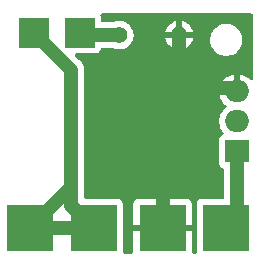
<source format=gbr>
%TF.GenerationSoftware,KiCad,Pcbnew,8.0.1*%
%TF.CreationDate,2025-01-10T19:22:40-08:00*%
%TF.ProjectId,pulltab,70756c6c-7461-4622-9e6b-696361645f70,rev?*%
%TF.SameCoordinates,Original*%
%TF.FileFunction,Copper,L1,Top*%
%TF.FilePolarity,Positive*%
%FSLAX46Y46*%
G04 Gerber Fmt 4.6, Leading zero omitted, Abs format (unit mm)*
G04 Created by KiCad (PCBNEW 8.0.1) date 2025-01-10 19:22:40*
%MOMM*%
%LPD*%
G01*
G04 APERTURE LIST*
%TA.AperFunction,ComponentPad*%
%ADD10R,2.000000X1.905000*%
%TD*%
%TA.AperFunction,ComponentPad*%
%ADD11O,2.000000X1.905000*%
%TD*%
%TA.AperFunction,SMDPad,CuDef*%
%ADD12R,2.500000X2.500000*%
%TD*%
%TA.AperFunction,SMDPad,CuDef*%
%ADD13R,4.000000X4.000000*%
%TD*%
%TA.AperFunction,ComponentPad*%
%ADD14C,1.400000*%
%TD*%
%TA.AperFunction,ComponentPad*%
%ADD15O,1.400000X1.400000*%
%TD*%
%TA.AperFunction,Conductor*%
%ADD16C,1.200000*%
%TD*%
G04 APERTURE END LIST*
D10*
%TO.P,Q1,1,D*%
%TO.N,Net-(J7-Pin_1)*%
X142034400Y-71983600D03*
D11*
%TO.P,Q1,2,G*%
%TO.N,Net-(J1-Pin_1)*%
X142034400Y-69443600D03*
%TO.P,Q1,3,S*%
%TO.N,GND*%
X142034400Y-66903601D03*
%TD*%
D12*
%TO.P,J1,1,Pin_1*%
%TO.N,Net-(J1-Pin_1)*%
X128778000Y-61925200D03*
%TD*%
D13*
%TO.P,J4,1,Pin_1*%
%TO.N,Net-(J4-Pin_1)*%
X124510800Y-78486000D03*
%TD*%
%TO.P,J6,1,Pin_1*%
%TO.N,Net-(J4-Pin_1)*%
X129895600Y-78486000D03*
%TD*%
%TO.P,J2,1,Pin_1*%
%TO.N,GND*%
X135737600Y-78486000D03*
%TD*%
D14*
%TO.P,R1,1*%
%TO.N,Net-(J1-Pin_1)*%
X132080000Y-62128400D03*
D15*
%TO.P,R1,2*%
%TO.N,GND*%
X137159999Y-62128400D03*
%TD*%
D12*
%TO.P,J5,1,Pin_1*%
%TO.N,Net-(J4-Pin_1)*%
X124815600Y-61925200D03*
%TD*%
D13*
%TO.P,J7,1,Pin_1*%
%TO.N,Net-(J7-Pin_1)*%
X141122400Y-78486000D03*
%TD*%
D16*
%TO.N,Net-(J1-Pin_1)*%
X128981200Y-62128400D02*
X128778000Y-61925200D01*
X132080000Y-62128400D02*
X128981200Y-62128400D01*
%TO.N,GND*%
X137159999Y-64721599D02*
X139013000Y-66574600D01*
X137159999Y-62128400D02*
X137159999Y-64721599D01*
X135737600Y-69850000D02*
X135737600Y-78486000D01*
X139013000Y-66574600D02*
X135737600Y-69850000D01*
X141705400Y-66574600D02*
X139013000Y-66574600D01*
X142034400Y-66903601D02*
X141705400Y-66574600D01*
%TO.N,Net-(J4-Pin_1)*%
X129895600Y-78486000D02*
X127974400Y-76564800D01*
X127974400Y-76564800D02*
X127974400Y-75022400D01*
X127974400Y-65084000D02*
X124815600Y-61925200D01*
X127974400Y-75022400D02*
X127974400Y-65084000D01*
X124510800Y-78486000D02*
X127974400Y-75022400D01*
X129895600Y-78486000D02*
X124510800Y-78486000D01*
%TO.N,Net-(J7-Pin_1)*%
X142034400Y-71983600D02*
X142034400Y-77574000D01*
X142034400Y-77574000D02*
X141122400Y-78486000D01*
%TD*%
%TA.AperFunction,Conductor*%
%TO.N,GND*%
G36*
X143308139Y-60311785D02*
G01*
X143353894Y-60364589D01*
X143365100Y-60416100D01*
X143365100Y-65833294D01*
X143345415Y-65900333D01*
X143292611Y-65946088D01*
X143223453Y-65956032D01*
X143159897Y-65927007D01*
X143153419Y-65920975D01*
X143028142Y-65795698D01*
X142843176Y-65661312D01*
X142639468Y-65557518D01*
X142422025Y-65486866D01*
X142422026Y-65486866D01*
X142284400Y-65465068D01*
X142284400Y-66412853D01*
X142246692Y-66391083D01*
X142106809Y-66353601D01*
X141961991Y-66353601D01*
X141822108Y-66391083D01*
X141784400Y-66412853D01*
X141784400Y-65465068D01*
X141646774Y-65486866D01*
X141429331Y-65557518D01*
X141225623Y-65661312D01*
X141040657Y-65795698D01*
X140878997Y-65957358D01*
X140744611Y-66142324D01*
X140640817Y-66346030D01*
X140570165Y-66563472D01*
X140555891Y-66653601D01*
X141543652Y-66653601D01*
X141521882Y-66691309D01*
X141484400Y-66831192D01*
X141484400Y-66976010D01*
X141521882Y-67115893D01*
X141543652Y-67153601D01*
X140555891Y-67153601D01*
X140570165Y-67243729D01*
X140640817Y-67461171D01*
X140744611Y-67664877D01*
X140878997Y-67849843D01*
X141040657Y-68011503D01*
X141040663Y-68011508D01*
X141125262Y-68072973D01*
X141167928Y-68128303D01*
X141173907Y-68197916D01*
X141141301Y-68259711D01*
X141125263Y-68273608D01*
X141040340Y-68335309D01*
X141040331Y-68335316D01*
X140878616Y-68497031D01*
X140878616Y-68497032D01*
X140878614Y-68497034D01*
X140820880Y-68576496D01*
X140744183Y-68682061D01*
X140640350Y-68885844D01*
X140569678Y-69103350D01*
X140569678Y-69103353D01*
X140533900Y-69329246D01*
X140533900Y-69557953D01*
X140569678Y-69783846D01*
X140569678Y-69783849D01*
X140640350Y-70001355D01*
X140640352Y-70001358D01*
X140744183Y-70205138D01*
X140876925Y-70387842D01*
X140900405Y-70453646D01*
X140884580Y-70521700D01*
X140834474Y-70570395D01*
X140819941Y-70576908D01*
X140792070Y-70587303D01*
X140792064Y-70587306D01*
X140676855Y-70673552D01*
X140676852Y-70673555D01*
X140590606Y-70788764D01*
X140590602Y-70788771D01*
X140540308Y-70923617D01*
X140533901Y-70983216D01*
X140533900Y-70983235D01*
X140533900Y-72983970D01*
X140533901Y-72983976D01*
X140540308Y-73043583D01*
X140590602Y-73178428D01*
X140590606Y-73178435D01*
X140676852Y-73293644D01*
X140676855Y-73293647D01*
X140792064Y-73379893D01*
X140792069Y-73379896D01*
X140853233Y-73402708D01*
X140909166Y-73444578D01*
X140933584Y-73510042D01*
X140933900Y-73518890D01*
X140933900Y-75861500D01*
X140914215Y-75928539D01*
X140861411Y-75974294D01*
X140809900Y-75985500D01*
X139074529Y-75985500D01*
X139074523Y-75985501D01*
X139014916Y-75991908D01*
X138880071Y-76042202D01*
X138880064Y-76042206D01*
X138764855Y-76128452D01*
X138764852Y-76128455D01*
X138678606Y-76243664D01*
X138678602Y-76243671D01*
X138628308Y-76378517D01*
X138621901Y-76438116D01*
X138621901Y-76438123D01*
X138621900Y-76438135D01*
X138621901Y-80503100D01*
X138602216Y-80570139D01*
X138549412Y-80615894D01*
X138497901Y-80627100D01*
X138361600Y-80627100D01*
X138294561Y-80607415D01*
X138248806Y-80554611D01*
X138237600Y-80503100D01*
X138237600Y-78736000D01*
X133237600Y-78736000D01*
X133237600Y-80503100D01*
X133217915Y-80570139D01*
X133165111Y-80615894D01*
X133113600Y-80627100D01*
X132520100Y-80627100D01*
X132453061Y-80607415D01*
X132407306Y-80554611D01*
X132396100Y-80503100D01*
X132396099Y-78236000D01*
X133237600Y-78236000D01*
X135487600Y-78236000D01*
X135487600Y-75986000D01*
X135987600Y-75986000D01*
X135987600Y-78236000D01*
X138237600Y-78236000D01*
X138237600Y-76438172D01*
X138237599Y-76438155D01*
X138231198Y-76378627D01*
X138231196Y-76378620D01*
X138180954Y-76243913D01*
X138180950Y-76243906D01*
X138094790Y-76128812D01*
X138094787Y-76128809D01*
X137979693Y-76042649D01*
X137979686Y-76042645D01*
X137844979Y-75992403D01*
X137844972Y-75992401D01*
X137785444Y-75986000D01*
X135987600Y-75986000D01*
X135487600Y-75986000D01*
X133689755Y-75986000D01*
X133630227Y-75992401D01*
X133630220Y-75992403D01*
X133495513Y-76042645D01*
X133495506Y-76042649D01*
X133380412Y-76128809D01*
X133380409Y-76128812D01*
X133294249Y-76243906D01*
X133294245Y-76243913D01*
X133244003Y-76378620D01*
X133244001Y-76378627D01*
X133237600Y-76438155D01*
X133237600Y-78236000D01*
X132396099Y-78236000D01*
X132396099Y-76438129D01*
X132396098Y-76438123D01*
X132396097Y-76438116D01*
X132389691Y-76378517D01*
X132339484Y-76243906D01*
X132339397Y-76243671D01*
X132339393Y-76243664D01*
X132253147Y-76128455D01*
X132253144Y-76128452D01*
X132137935Y-76042206D01*
X132137928Y-76042202D01*
X132003082Y-75991908D01*
X132003083Y-75991908D01*
X131943483Y-75985501D01*
X131943481Y-75985500D01*
X131943473Y-75985500D01*
X131943465Y-75985500D01*
X129198900Y-75985500D01*
X129131861Y-75965815D01*
X129086106Y-75913011D01*
X129074900Y-75861500D01*
X129074900Y-64997389D01*
X129047802Y-64826302D01*
X129047802Y-64826299D01*
X128994273Y-64661555D01*
X128915632Y-64507212D01*
X128813814Y-64367072D01*
X128691328Y-64244586D01*
X128334122Y-63887380D01*
X128300637Y-63826057D01*
X128305621Y-63756365D01*
X128347493Y-63700432D01*
X128412957Y-63676015D01*
X128421803Y-63675699D01*
X130075871Y-63675699D01*
X130075872Y-63675699D01*
X130135483Y-63669291D01*
X130270331Y-63618996D01*
X130385546Y-63532746D01*
X130471796Y-63417531D01*
X130512064Y-63309567D01*
X130553935Y-63253633D01*
X130619399Y-63229216D01*
X130628246Y-63228900D01*
X131574279Y-63228900D01*
X131619072Y-63237273D01*
X131750060Y-63288018D01*
X131968757Y-63328900D01*
X131968759Y-63328900D01*
X132191241Y-63328900D01*
X132191243Y-63328900D01*
X132409940Y-63288018D01*
X132617401Y-63207647D01*
X132806562Y-63090524D01*
X132970981Y-62940636D01*
X133105058Y-62763089D01*
X133204229Y-62563928D01*
X133257016Y-62378400D01*
X135983504Y-62378400D01*
X136036238Y-62563749D01*
X136135367Y-62762825D01*
X136269390Y-62940300D01*
X136433737Y-63090121D01*
X136622819Y-63207197D01*
X136622821Y-63207198D01*
X136830194Y-63287535D01*
X136909999Y-63302452D01*
X136909999Y-62378400D01*
X135983504Y-62378400D01*
X133257016Y-62378400D01*
X133265115Y-62349936D01*
X133281373Y-62174478D01*
X136809999Y-62174478D01*
X136833851Y-62263495D01*
X136879929Y-62343305D01*
X136945094Y-62408470D01*
X137024904Y-62454548D01*
X137113921Y-62478400D01*
X137206077Y-62478400D01*
X137295094Y-62454548D01*
X137374904Y-62408470D01*
X137404974Y-62378400D01*
X137409999Y-62378400D01*
X137409999Y-63302452D01*
X137489803Y-63287535D01*
X137697176Y-63207198D01*
X137697178Y-63207197D01*
X137886260Y-63090121D01*
X138050607Y-62940300D01*
X138184630Y-62762825D01*
X138245249Y-62641086D01*
X139771900Y-62641086D01*
X139791181Y-62762825D01*
X139805154Y-62851043D01*
X139834265Y-62940638D01*
X139870844Y-63053214D01*
X139967351Y-63242620D01*
X140092290Y-63414586D01*
X140242613Y-63564909D01*
X140414579Y-63689848D01*
X140414581Y-63689849D01*
X140414584Y-63689851D01*
X140603988Y-63786357D01*
X140806157Y-63852046D01*
X141016113Y-63885300D01*
X141016114Y-63885300D01*
X141228686Y-63885300D01*
X141228687Y-63885300D01*
X141438643Y-63852046D01*
X141640812Y-63786357D01*
X141830216Y-63689851D01*
X141927739Y-63618997D01*
X142002186Y-63564909D01*
X142002188Y-63564906D01*
X142002192Y-63564904D01*
X142152504Y-63414592D01*
X142152506Y-63414588D01*
X142152509Y-63414586D01*
X142277448Y-63242620D01*
X142277447Y-63242620D01*
X142277451Y-63242616D01*
X142373957Y-63053212D01*
X142439646Y-62851043D01*
X142472900Y-62641087D01*
X142472900Y-62428513D01*
X142439646Y-62218557D01*
X142373957Y-62016388D01*
X142277451Y-61826984D01*
X142277449Y-61826981D01*
X142277448Y-61826979D01*
X142152509Y-61655013D01*
X142002186Y-61504690D01*
X141830220Y-61379751D01*
X141640814Y-61283244D01*
X141640813Y-61283243D01*
X141640812Y-61283243D01*
X141438643Y-61217554D01*
X141438641Y-61217553D01*
X141438640Y-61217553D01*
X141277357Y-61192008D01*
X141228687Y-61184300D01*
X141016113Y-61184300D01*
X140967442Y-61192008D01*
X140806160Y-61217553D01*
X140603985Y-61283244D01*
X140414579Y-61379751D01*
X140242613Y-61504690D01*
X140092290Y-61655013D01*
X139967351Y-61826979D01*
X139870844Y-62016385D01*
X139805153Y-62218560D01*
X139771900Y-62428513D01*
X139771900Y-62641086D01*
X138245249Y-62641086D01*
X138283759Y-62563749D01*
X138336494Y-62378400D01*
X137409999Y-62378400D01*
X137404974Y-62378400D01*
X137440069Y-62343305D01*
X137486147Y-62263495D01*
X137509999Y-62174478D01*
X137509999Y-62082322D01*
X137486147Y-61993305D01*
X137440069Y-61913495D01*
X137374904Y-61848330D01*
X137295094Y-61802252D01*
X137206077Y-61778400D01*
X137113921Y-61778400D01*
X137024904Y-61802252D01*
X136945094Y-61848330D01*
X136879929Y-61913495D01*
X136833851Y-61993305D01*
X136809999Y-62082322D01*
X136809999Y-62174478D01*
X133281373Y-62174478D01*
X133285643Y-62128400D01*
X133265115Y-61906864D01*
X133257016Y-61878400D01*
X135983504Y-61878400D01*
X136909999Y-61878400D01*
X136909999Y-60954346D01*
X137409999Y-60954346D01*
X137409999Y-61878400D01*
X138336494Y-61878400D01*
X138283759Y-61693050D01*
X138184630Y-61493974D01*
X138050607Y-61316499D01*
X137886260Y-61166678D01*
X137697178Y-61049602D01*
X137697176Y-61049601D01*
X137489798Y-60969264D01*
X137409999Y-60954346D01*
X136909999Y-60954346D01*
X136830199Y-60969264D01*
X136622821Y-61049601D01*
X136622819Y-61049602D01*
X136433737Y-61166678D01*
X136269390Y-61316499D01*
X136135367Y-61493974D01*
X136036238Y-61693050D01*
X135983504Y-61878400D01*
X133257016Y-61878400D01*
X133204229Y-61692872D01*
X133204224Y-61692861D01*
X133105061Y-61493716D01*
X133105056Y-61493708D01*
X132970979Y-61316161D01*
X132806562Y-61166276D01*
X132806560Y-61166274D01*
X132617404Y-61049154D01*
X132617398Y-61049152D01*
X132409940Y-60968782D01*
X132191243Y-60927900D01*
X131968757Y-60927900D01*
X131750060Y-60968782D01*
X131750057Y-60968782D01*
X131750057Y-60968783D01*
X131619072Y-61019527D01*
X131574279Y-61027900D01*
X130652499Y-61027900D01*
X130585460Y-61008215D01*
X130539705Y-60955411D01*
X130528499Y-60903900D01*
X130528499Y-60627329D01*
X130528498Y-60627323D01*
X130528497Y-60627316D01*
X130522091Y-60567717D01*
X130481704Y-60459433D01*
X130476720Y-60389741D01*
X130510205Y-60328418D01*
X130571529Y-60294934D01*
X130597886Y-60292100D01*
X143241100Y-60292100D01*
X143308139Y-60311785D01*
G37*
%TD.AperFunction*%
%TD*%
M02*

</source>
